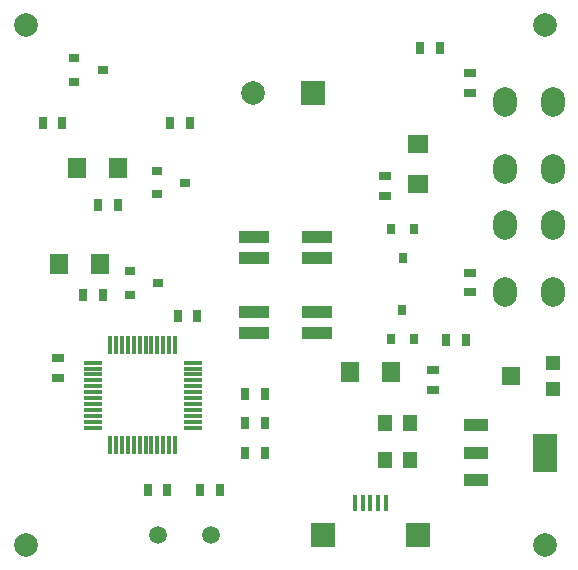
<source format=gbr>
%TF.GenerationSoftware,Altium Limited,Altium Designer,21.2.1 (34)*%
G04 Layer_Color=255*
%FSLAX25Y25*%
%MOIN*%
%TF.SameCoordinates,9F7D5B0E-9DD4-4BF0-BF89-A6B7BC673C6C*%
%TF.FilePolarity,Positive*%
%TF.FileFunction,Pads,Bot*%
%TF.Part,Single*%
G01*
G75*
%TA.AperFunction,ComponentPad*%
%ADD12O,0.07874X0.09843*%
%ADD13R,0.07874X0.07874*%
%ADD14C,0.07874*%
%ADD15C,0.05906*%
%TA.AperFunction,ViaPad*%
%ADD16C,0.07874*%
%TA.AperFunction,SMDPad,CuDef*%
%ADD18R,0.03740X0.03150*%
%ADD19R,0.03150X0.03740*%
%ADD20R,0.03150X0.03937*%
%ADD21R,0.06000X0.07000*%
%ADD22R,0.07000X0.06000*%
%ADD23R,0.05906X0.01181*%
%ADD24R,0.03937X0.03150*%
%ADD25R,0.01181X0.05906*%
%ADD26R,0.04500X0.05400*%
%ADD27R,0.07874X0.07874*%
%ADD28R,0.01575X0.05512*%
%ADD29R,0.08465X0.03937*%
%ADD30R,0.08465X0.12992*%
%ADD31R,0.06299X0.06299*%
%ADD32R,0.04724X0.04724*%
%ADD33R,0.09843X0.03937*%
D12*
X187500Y118213D02*
D03*
X171752D02*
D03*
Y96165D02*
D03*
X187500D02*
D03*
Y159213D02*
D03*
X171752D02*
D03*
Y137165D02*
D03*
X187500D02*
D03*
D13*
X107500Y162500D02*
D03*
D14*
X87500D02*
D03*
D15*
X73716Y15000D02*
D03*
X56000D02*
D03*
D16*
X11811Y185039D02*
D03*
X185039D02*
D03*
Y11811D02*
D03*
X11811D02*
D03*
D18*
X37500Y170000D02*
D03*
X28051Y173937D02*
D03*
Y166063D02*
D03*
X56000Y99000D02*
D03*
X46551Y102937D02*
D03*
Y95063D02*
D03*
X65000Y132500D02*
D03*
X55551Y136437D02*
D03*
Y128563D02*
D03*
D19*
X137437Y89949D02*
D03*
X133500Y80500D02*
D03*
X141374D02*
D03*
X137500Y107500D02*
D03*
X141437Y116949D02*
D03*
X133563D02*
D03*
D20*
X91594Y62000D02*
D03*
X85000D02*
D03*
X37500Y95000D02*
D03*
X30906D02*
D03*
X42500Y125000D02*
D03*
X24094Y152500D02*
D03*
X35906Y125000D02*
D03*
X62500Y88000D02*
D03*
X69095D02*
D03*
X59095Y30000D02*
D03*
X52500D02*
D03*
X17500Y152500D02*
D03*
X91594Y52500D02*
D03*
X85000D02*
D03*
X91594Y42500D02*
D03*
X85000D02*
D03*
X70000Y30000D02*
D03*
X76595D02*
D03*
X60000Y152500D02*
D03*
X66594D02*
D03*
X143405Y177500D02*
D03*
X150000D02*
D03*
X158595Y80000D02*
D03*
X152000D02*
D03*
D21*
X120000Y69500D02*
D03*
X133500D02*
D03*
X23000Y105500D02*
D03*
X36500D02*
D03*
X42500Y137500D02*
D03*
X29000D02*
D03*
D22*
X142500Y145500D02*
D03*
Y132000D02*
D03*
D23*
X67461Y58681D02*
D03*
X34193Y50807D02*
D03*
Y52776D02*
D03*
Y54744D02*
D03*
Y56713D02*
D03*
Y58681D02*
D03*
Y60650D02*
D03*
Y62618D02*
D03*
Y64587D02*
D03*
Y66555D02*
D03*
Y68524D02*
D03*
Y70492D02*
D03*
Y72461D02*
D03*
X67461D02*
D03*
Y70492D02*
D03*
Y68524D02*
D03*
Y66555D02*
D03*
Y64587D02*
D03*
Y62618D02*
D03*
Y60650D02*
D03*
Y56713D02*
D03*
Y54744D02*
D03*
Y52776D02*
D03*
Y50807D02*
D03*
D24*
X131500Y134595D02*
D03*
X147500Y70000D02*
D03*
Y63406D02*
D03*
X131500Y128000D02*
D03*
X22500Y74094D02*
D03*
Y67500D02*
D03*
X160000Y162500D02*
D03*
Y169095D02*
D03*
Y95906D02*
D03*
Y102500D02*
D03*
D25*
X43937Y45000D02*
D03*
X40000D02*
D03*
X41969D02*
D03*
X61654D02*
D03*
X59685D02*
D03*
X57717D02*
D03*
X55748D02*
D03*
X53780D02*
D03*
X51811D02*
D03*
X49843D02*
D03*
X47874D02*
D03*
X45906D02*
D03*
X40000Y78268D02*
D03*
X41969D02*
D03*
X43937D02*
D03*
X45906D02*
D03*
X47874D02*
D03*
X49843D02*
D03*
X51811D02*
D03*
X53780D02*
D03*
X55748D02*
D03*
X57717D02*
D03*
X59685D02*
D03*
X61654D02*
D03*
D26*
X140000Y40000D02*
D03*
X131500D02*
D03*
X140000Y52500D02*
D03*
X131500D02*
D03*
D27*
X142500Y15000D02*
D03*
X111004D02*
D03*
D28*
X131870Y25630D02*
D03*
X129311D02*
D03*
X126752D02*
D03*
X124193D02*
D03*
X121634D02*
D03*
D29*
X161969Y33445D02*
D03*
Y42500D02*
D03*
Y51555D02*
D03*
D30*
X185000Y42500D02*
D03*
D31*
X173721Y68169D02*
D03*
D32*
X187500Y63839D02*
D03*
Y72500D02*
D03*
D33*
X109000Y82500D02*
D03*
Y114500D02*
D03*
X88000Y107500D02*
D03*
Y89500D02*
D03*
X109000D02*
D03*
X88000Y82500D02*
D03*
X109000Y107500D02*
D03*
X88000Y114500D02*
D03*
%TF.MD5,d5f35944348e9a52c2019f4e3c1438f6*%
M02*

</source>
